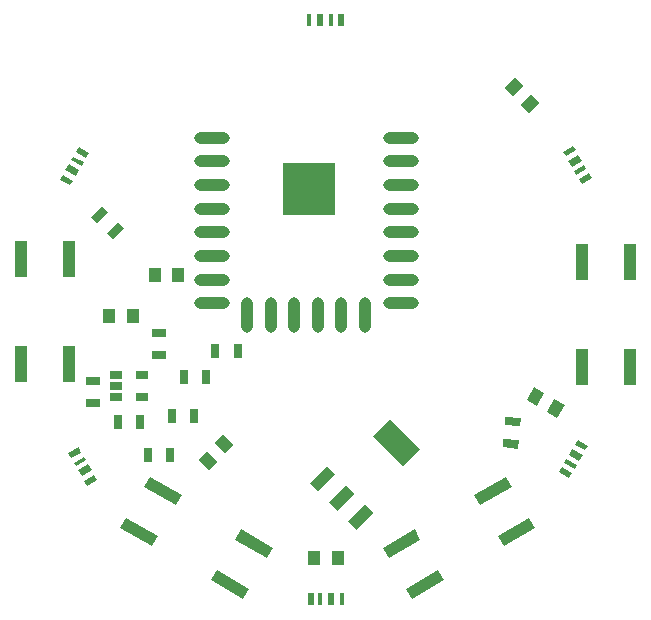
<source format=gtp>
G04 #@! TF.FileFunction,Paste,Top*
%FSLAX46Y46*%
G04 Gerber Fmt 4.6, Leading zero omitted, Abs format (unit mm)*
G04 Created by KiCad (PCBNEW 4.0.2+dfsg1-stable) date Sun 09 Sep 2018 01:37:12 AM EDT*
%MOMM*%
G01*
G04 APERTURE LIST*
%ADD10C,0.100000*%
%ADD11O,3.000000X1.000000*%
%ADD12O,1.000000X3.000000*%
%ADD13R,1.000000X1.250000*%
%ADD14R,0.700000X1.300000*%
%ADD15R,1.300000X0.700000*%
%ADD16R,1.000000X3.100000*%
%ADD17R,0.450000X1.000000*%
%ADD18R,0.600000X1.000000*%
%ADD19R,0.350000X1.000000*%
%ADD20R,0.500000X1.000000*%
%ADD21R,1.060000X0.650000*%
%ADD22R,4.470400X4.470400*%
G04 APERTURE END LIST*
D10*
D11*
X76836000Y-40434000D03*
X76836000Y-42434000D03*
X76836000Y-44434000D03*
X76836000Y-46434000D03*
X76836000Y-48434000D03*
X76836000Y-50434000D03*
X76836000Y-52434000D03*
X76836000Y-54434000D03*
D12*
X79836000Y-55434000D03*
X81836000Y-55434000D03*
X83836000Y-55434000D03*
X85836000Y-55434000D03*
X87836000Y-55434000D03*
X89836000Y-55434000D03*
D11*
X92836000Y-54434000D03*
X92836000Y-52434000D03*
X92836000Y-50434000D03*
X92836000Y-48434000D03*
X92836000Y-46434000D03*
X92836000Y-44434000D03*
X92836000Y-42434000D03*
X92836000Y-40434000D03*
D10*
G36*
X103508462Y-62621266D02*
X104133462Y-61538734D01*
X104999488Y-62038734D01*
X104374488Y-63121266D01*
X103508462Y-62621266D01*
X103508462Y-62621266D01*
G37*
G36*
X105240512Y-63621266D02*
X105865512Y-62538734D01*
X106731538Y-63038734D01*
X106106538Y-64121266D01*
X105240512Y-63621266D01*
X105240512Y-63621266D01*
G37*
G36*
X76597281Y-68558602D02*
X75713398Y-67674719D01*
X76420505Y-66967612D01*
X77304388Y-67851495D01*
X76597281Y-68558602D01*
X76597281Y-68558602D01*
G37*
G36*
X78011495Y-67144388D02*
X77127612Y-66260505D01*
X77834719Y-65553398D01*
X78718602Y-66437281D01*
X78011495Y-67144388D01*
X78011495Y-67144388D01*
G37*
D13*
X70170000Y-55550000D03*
X68170000Y-55550000D03*
D10*
G36*
X69408858Y-48069619D02*
X68489619Y-48988858D01*
X67994644Y-48493883D01*
X68913883Y-47574644D01*
X69408858Y-48069619D01*
X69408858Y-48069619D01*
G37*
G36*
X68065356Y-46726117D02*
X67146117Y-47645356D01*
X66651142Y-47150381D01*
X67570381Y-46231142D01*
X68065356Y-46726117D01*
X68065356Y-46726117D01*
G37*
G36*
X101700776Y-64053296D02*
X102995829Y-64166598D01*
X102934820Y-64863934D01*
X101639767Y-64750632D01*
X101700776Y-64053296D01*
X101700776Y-64053296D01*
G37*
G36*
X101535180Y-65946066D02*
X102830233Y-66059368D01*
X102769224Y-66756704D01*
X101474171Y-66643402D01*
X101535180Y-65946066D01*
X101535180Y-65946066D01*
G37*
D14*
X73472000Y-64008000D03*
X75372000Y-64008000D03*
X71440000Y-67310000D03*
X73340000Y-67310000D03*
X68900000Y-64516000D03*
X70800000Y-64516000D03*
X74488000Y-60706000D03*
X76388000Y-60706000D03*
D15*
X72390000Y-56962000D03*
X72390000Y-58862000D03*
X66802000Y-62926000D03*
X66802000Y-61026000D03*
D10*
G36*
X103740482Y-72591538D02*
X104240482Y-73457564D01*
X101555804Y-75007564D01*
X101055804Y-74141538D01*
X103740482Y-72591538D01*
X103740482Y-72591538D01*
G37*
G36*
X101740482Y-69127436D02*
X102240482Y-69993462D01*
X99555804Y-71543462D01*
X99055804Y-70677436D01*
X101740482Y-69127436D01*
X101740482Y-69127436D01*
G37*
G36*
X94024196Y-73582436D02*
X94524196Y-74448462D01*
X91839518Y-75998462D01*
X91339518Y-75132436D01*
X94024196Y-73582436D01*
X94024196Y-73582436D01*
G37*
G36*
X96024196Y-77046538D02*
X96524196Y-77912564D01*
X93839518Y-79462564D01*
X93339518Y-78596538D01*
X96024196Y-77046538D01*
X96024196Y-77046538D01*
G37*
D16*
X64738000Y-50663000D03*
X60738000Y-50663000D03*
X60738000Y-59573000D03*
X64738000Y-59573000D03*
X108236000Y-59827000D03*
X112236000Y-59827000D03*
X112236000Y-50917000D03*
X108236000Y-50917000D03*
D10*
G36*
X80015482Y-78596538D02*
X79515482Y-79462564D01*
X76830804Y-77912564D01*
X77330804Y-77046538D01*
X80015482Y-78596538D01*
X80015482Y-78596538D01*
G37*
G36*
X82015482Y-75132436D02*
X81515482Y-75998462D01*
X78830804Y-74448462D01*
X79330804Y-73582436D01*
X82015482Y-75132436D01*
X82015482Y-75132436D01*
G37*
G36*
X74299196Y-70677436D02*
X73799196Y-71543462D01*
X71114518Y-69993462D01*
X71614518Y-69127436D01*
X74299196Y-70677436D01*
X74299196Y-70677436D01*
G37*
G36*
X72299196Y-74141538D02*
X71799196Y-75007564D01*
X69114518Y-73457564D01*
X69614518Y-72591538D01*
X72299196Y-74141538D01*
X72299196Y-74141538D01*
G37*
D17*
X85085000Y-30472000D03*
D18*
X86060000Y-30472000D03*
D19*
X86935000Y-30472000D03*
D20*
X87760000Y-30472000D03*
D10*
G36*
X106587974Y-41618962D02*
X107454000Y-41118962D01*
X107679000Y-41508674D01*
X106812974Y-42008674D01*
X106587974Y-41618962D01*
X106587974Y-41618962D01*
G37*
G36*
X107037974Y-42398384D02*
X107904000Y-41898384D01*
X108204000Y-42418000D01*
X107337974Y-42918000D01*
X107037974Y-42398384D01*
X107037974Y-42398384D01*
G37*
G36*
X107537974Y-43264411D02*
X108404000Y-42764411D01*
X108579000Y-43067519D01*
X107712974Y-43567519D01*
X107537974Y-43264411D01*
X107537974Y-43264411D01*
G37*
G36*
X107912974Y-43913930D02*
X108779000Y-43413930D01*
X109029000Y-43846942D01*
X108162974Y-44346942D01*
X107912974Y-43913930D01*
X107912974Y-43913930D01*
G37*
G36*
X107833974Y-66018962D02*
X108700000Y-66518962D01*
X108475000Y-66908674D01*
X107608974Y-66408674D01*
X107833974Y-66018962D01*
X107833974Y-66018962D01*
G37*
G36*
X107383974Y-66798384D02*
X108250000Y-67298384D01*
X107950000Y-67818000D01*
X107083974Y-67318000D01*
X107383974Y-66798384D01*
X107383974Y-66798384D01*
G37*
G36*
X106883974Y-67664411D02*
X107750000Y-68164411D01*
X107575000Y-68467519D01*
X106708974Y-67967519D01*
X106883974Y-67664411D01*
X106883974Y-67664411D01*
G37*
G36*
X106508974Y-68313930D02*
X107375000Y-68813930D01*
X107125000Y-69246942D01*
X106258974Y-68746942D01*
X106508974Y-68313930D01*
X106508974Y-68313930D01*
G37*
D17*
X87889000Y-79510000D03*
D18*
X86914000Y-79510000D03*
D19*
X86039000Y-79510000D03*
D20*
X85214000Y-79510000D03*
D10*
G36*
X67148026Y-69379038D02*
X66282000Y-69879038D01*
X66057000Y-69489326D01*
X66923026Y-68989326D01*
X67148026Y-69379038D01*
X67148026Y-69379038D01*
G37*
G36*
X66698026Y-68599616D02*
X65832000Y-69099616D01*
X65532000Y-68580000D01*
X66398026Y-68080000D01*
X66698026Y-68599616D01*
X66698026Y-68599616D01*
G37*
G36*
X66198026Y-67733589D02*
X65332000Y-68233589D01*
X65157000Y-67930481D01*
X66023026Y-67430481D01*
X66198026Y-67733589D01*
X66198026Y-67733589D01*
G37*
G36*
X65823026Y-67084070D02*
X64957000Y-67584070D01*
X64707000Y-67151058D01*
X65573026Y-66651058D01*
X65823026Y-67084070D01*
X65823026Y-67084070D01*
G37*
G36*
X64886026Y-44471038D02*
X64020000Y-43971038D01*
X64245000Y-43581326D01*
X65111026Y-44081326D01*
X64886026Y-44471038D01*
X64886026Y-44471038D01*
G37*
G36*
X65336026Y-43691616D02*
X64470000Y-43191616D01*
X64770000Y-42672000D01*
X65636026Y-43172000D01*
X65336026Y-43691616D01*
X65336026Y-43691616D01*
G37*
G36*
X65836026Y-42825589D02*
X64970000Y-42325589D01*
X65145000Y-42022481D01*
X66011026Y-42522481D01*
X65836026Y-42825589D01*
X65836026Y-42825589D01*
G37*
G36*
X66211026Y-42176070D02*
X65345000Y-41676070D01*
X65595000Y-41243058D01*
X66461026Y-41743058D01*
X66211026Y-42176070D01*
X66211026Y-42176070D01*
G37*
D21*
X68750000Y-60518000D03*
X68750000Y-61468000D03*
X68750000Y-62418000D03*
X70950000Y-62418000D03*
X70950000Y-60518000D03*
D10*
G36*
X90493290Y-65670397D02*
X91930131Y-64233556D01*
X94516444Y-66819869D01*
X93079603Y-68256710D01*
X90493290Y-65670397D01*
X90493290Y-65670397D01*
G37*
G36*
X86757502Y-71274077D02*
X88194343Y-69837236D01*
X88912764Y-70555657D01*
X87475923Y-71992498D01*
X86757502Y-71274077D01*
X86757502Y-71274077D01*
G37*
G36*
X88373949Y-72890523D02*
X89810790Y-71453682D01*
X90529211Y-72172103D01*
X89092370Y-73608944D01*
X88373949Y-72890523D01*
X88373949Y-72890523D01*
G37*
G36*
X85141056Y-69657630D02*
X86577897Y-68220789D01*
X87296318Y-68939210D01*
X85859477Y-70376051D01*
X85141056Y-69657630D01*
X85141056Y-69657630D01*
G37*
G36*
X104626602Y-37448719D02*
X103742719Y-38332602D01*
X103035612Y-37625495D01*
X103919495Y-36741612D01*
X104626602Y-37448719D01*
X104626602Y-37448719D01*
G37*
G36*
X103212388Y-36034505D02*
X102328505Y-36918388D01*
X101621398Y-36211281D01*
X102505281Y-35327398D01*
X103212388Y-36034505D01*
X103212388Y-36034505D01*
G37*
D13*
X74025000Y-52070000D03*
X72025000Y-52070000D03*
D22*
X85050000Y-44760000D03*
D13*
X87500000Y-76020000D03*
X85500000Y-76020000D03*
D14*
X77140000Y-58480000D03*
X79040000Y-58480000D03*
M02*

</source>
